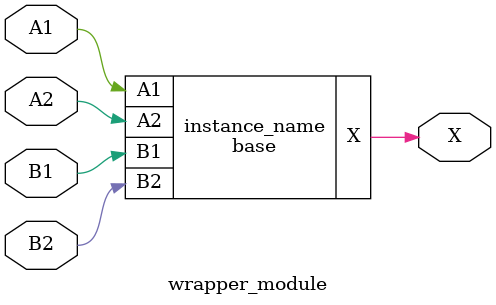
<source format=v>

module base (
    output X,
    input A1,
    input A2,
    input B1,
    input B2
);

    assign X = (A1 ^ A2) & (B1 ^ B2);

endmodule
module wrapper_module (
    output X,
    input A1,
    input A2,
    input B1,
    input B2
);

    // Instantiate the correct module
    base instance_name (
        .X(X),
        .A1(A1),
        .A2(A2),
        .B1(B1),
        .B2(B2)
    );

endmodule
</source>
